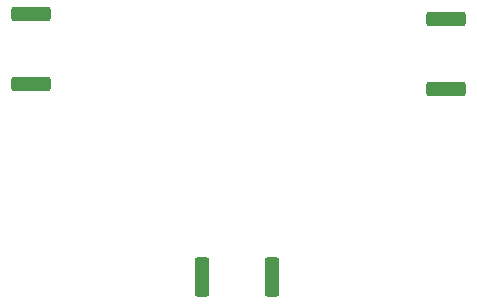
<source format=gbr>
%TF.GenerationSoftware,KiCad,Pcbnew,(7.0.0)*%
%TF.CreationDate,2023-02-25T11:53:05+01:00*%
%TF.ProjectId,rgb-spot-10w,7267622d-7370-46f7-942d-3130772e6b69,rev?*%
%TF.SameCoordinates,Original*%
%TF.FileFunction,Paste,Top*%
%TF.FilePolarity,Positive*%
%FSLAX46Y46*%
G04 Gerber Fmt 4.6, Leading zero omitted, Abs format (unit mm)*
G04 Created by KiCad (PCBNEW (7.0.0)) date 2023-02-25 11:53:05*
%MOMM*%
%LPD*%
G01*
G04 APERTURE LIST*
G04 Aperture macros list*
%AMRoundRect*
0 Rectangle with rounded corners*
0 $1 Rounding radius*
0 $2 $3 $4 $5 $6 $7 $8 $9 X,Y pos of 4 corners*
0 Add a 4 corners polygon primitive as box body*
4,1,4,$2,$3,$4,$5,$6,$7,$8,$9,$2,$3,0*
0 Add four circle primitives for the rounded corners*
1,1,$1+$1,$2,$3*
1,1,$1+$1,$4,$5*
1,1,$1+$1,$6,$7*
1,1,$1+$1,$8,$9*
0 Add four rect primitives between the rounded corners*
20,1,$1+$1,$2,$3,$4,$5,0*
20,1,$1+$1,$4,$5,$6,$7,0*
20,1,$1+$1,$6,$7,$8,$9,0*
20,1,$1+$1,$8,$9,$2,$3,0*%
G04 Aperture macros list end*
%ADD10RoundRect,0.250000X-1.425000X0.362500X-1.425000X-0.362500X1.425000X-0.362500X1.425000X0.362500X0*%
%ADD11RoundRect,0.250000X-0.362500X-1.425000X0.362500X-1.425000X0.362500X1.425000X-0.362500X1.425000X0*%
G04 APERTURE END LIST*
D10*
%TO.C,R1*%
X160700000Y-88900000D03*
X160700000Y-94825000D03*
%TD*%
%TO.C,R3*%
X125560000Y-88477500D03*
X125560000Y-94402500D03*
%TD*%
D11*
%TO.C,R2*%
X139997500Y-110740000D03*
X145922500Y-110740000D03*
%TD*%
M02*

</source>
